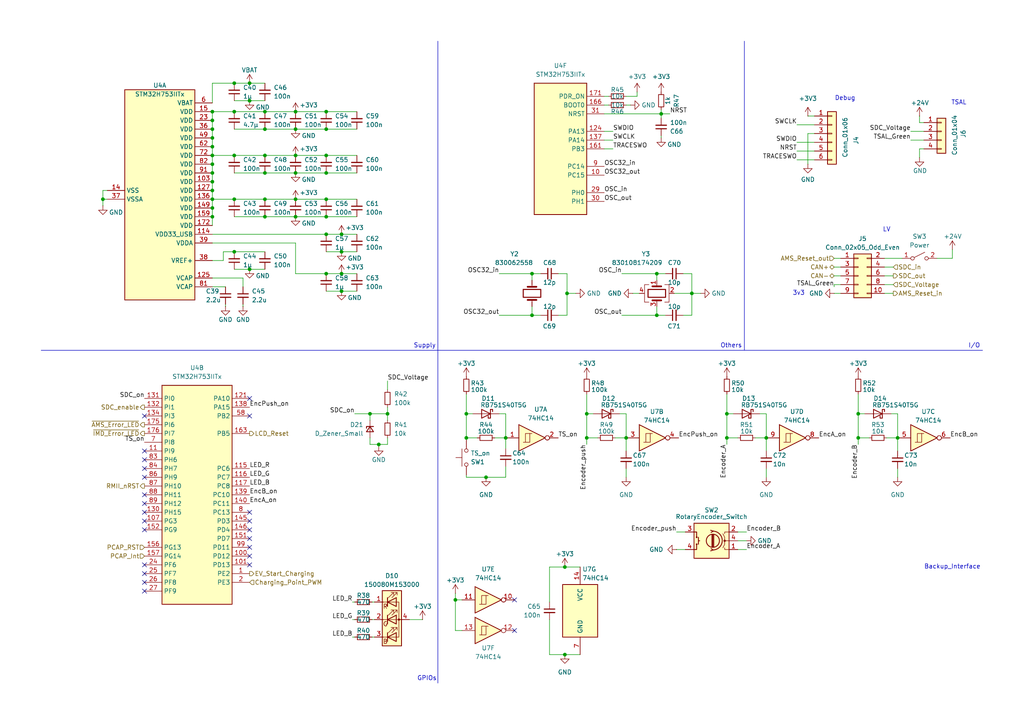
<source format=kicad_sch>
(kicad_sch
	(version 20250114)
	(generator "eeschema")
	(generator_version "9.0")
	(uuid "35b8a975-a1f8-4a47-8395-8e1ea283b386")
	(paper "A4")
	
	(text "Supply"
		(exclude_from_sim no)
		(at 123.19 100.33 0)
		(effects
			(font
				(size 1.27 1.27)
			)
		)
		(uuid "131e0615-657c-4f59-929d-0b7601842308")
	)
	(text "Backup_Interface"
		(exclude_from_sim no)
		(at 276.225 164.465 0)
		(effects
			(font
				(size 1.27 1.27)
			)
		)
		(uuid "15d77424-d13c-4f90-9f96-be8bf1adf8cc")
	)
	(text "3v3"
		(exclude_from_sim no)
		(at 229.87 85.09 0)
		(effects
			(font
				(size 1.27 1.27)
			)
			(justify left)
		)
		(uuid "364922e6-446e-413c-878a-bdcedb16435f")
	)
	(text "Debug"
		(exclude_from_sim no)
		(at 245.11 28.575 0)
		(effects
			(font
				(size 1.27 1.27)
			)
		)
		(uuid "79c5fecb-7e44-4b5c-b26a-b9a1ead8d6a7")
	)
	(text "GPIOs"
		(exclude_from_sim no)
		(at 123.825 196.85 0)
		(effects
			(font
				(size 1.27 1.27)
			)
		)
		(uuid "874e0f0d-b925-486e-858d-0f71e7baf11c")
	)
	(text "Others"
		(exclude_from_sim no)
		(at 212.09 100.33 0)
		(effects
			(font
				(size 1.27 1.27)
			)
		)
		(uuid "8c39beda-3239-4b4d-a394-cb66f7a7e4ef")
	)
	(text "LV"
		(exclude_from_sim no)
		(at 257.175 66.675 0)
		(effects
			(font
				(size 1.27 1.27)
			)
		)
		(uuid "8e72c987-571c-4fd1-98e2-d688bb9b9a23")
	)
	(text "TSAL"
		(exclude_from_sim no)
		(at 278.13 29.845 0)
		(effects
			(font
				(size 1.27 1.27)
			)
		)
		(uuid "b0e08e63-728e-465b-a9bb-a2354a70eaa5")
	)
	(text "I/O"
		(exclude_from_sim no)
		(at 282.575 100.33 0)
		(effects
			(font
				(size 1.27 1.27)
			)
		)
		(uuid "f89b8e88-7ad7-41ce-a0a0-f0fc435a26ef")
	)
	(junction
		(at 210.82 127)
		(diameter 0)
		(color 0 0 0 0)
		(uuid "03054f2e-9208-4716-83d7-1967059eae49")
	)
	(junction
		(at 170.18 120.015)
		(diameter 0)
		(color 0 0 0 0)
		(uuid "04edc9c4-6ba3-413b-80a1-5be3abfb178c")
	)
	(junction
		(at 61.595 60.325)
		(diameter 0)
		(color 0 0 0 0)
		(uuid "0639ff6d-0fa4-4a92-9101-ae69b2e89fd2")
	)
	(junction
		(at 135.255 127)
		(diameter 0)
		(color 0 0 0 0)
		(uuid "0da62957-c2c4-4942-91bd-ffb8d4251c5e")
	)
	(junction
		(at 67.945 32.385)
		(diameter 0)
		(color 0 0 0 0)
		(uuid "1277a601-4d5f-42fb-a0c5-a1f18ba0016e")
	)
	(junction
		(at 260.35 127)
		(diameter 0)
		(color 0 0 0 0)
		(uuid "1ec9d057-6b69-4bff-b2f9-d0b216a47459")
	)
	(junction
		(at 181.61 127)
		(diameter 0)
		(color 0 0 0 0)
		(uuid "1fbd7fc5-8c6d-4ada-afcb-22c60ceb9e34")
	)
	(junction
		(at 132.08 173.99)
		(diameter 0)
		(color 0 0 0 0)
		(uuid "2372f2f0-8b6b-4ba0-8156-48184e2d7c4f")
	)
	(junction
		(at 163.83 164.465)
		(diameter 0)
		(color 0 0 0 0)
		(uuid "32af624e-2218-4443-87a1-2186e9d667d8")
	)
	(junction
		(at 248.92 120.015)
		(diameter 0)
		(color 0 0 0 0)
		(uuid "37d9dbe4-82b9-4615-805a-2f19a542c56e")
	)
	(junction
		(at 170.18 127)
		(diameter 0)
		(color 0 0 0 0)
		(uuid "384fafa7-2dc2-475f-b12a-20aa52e1d930")
	)
	(junction
		(at 112.395 120.015)
		(diameter 0)
		(color 0 0 0 0)
		(uuid "38d409b5-2312-4643-b1fc-fd0131fce598")
	)
	(junction
		(at 67.945 57.785)
		(diameter 0)
		(color 0 0 0 0)
		(uuid "3a44a5b6-35e6-477b-bf34-724cef99df7e")
	)
	(junction
		(at 61.595 32.385)
		(diameter 0)
		(color 0 0 0 0)
		(uuid "3b2e415b-e57a-4f5e-b680-987d6e0ee75d")
	)
	(junction
		(at 76.835 45.085)
		(diameter 0)
		(color 0 0 0 0)
		(uuid "412c5816-2822-46ca-a32f-61cb431bfe1e")
	)
	(junction
		(at 61.595 34.925)
		(diameter 0)
		(color 0 0 0 0)
		(uuid "430d2d22-0f07-45e6-a066-ebb18e98b45d")
	)
	(junction
		(at 94.615 79.375)
		(diameter 0)
		(color 0 0 0 0)
		(uuid "432f5d77-435d-4ec6-8d84-c3578eca972e")
	)
	(junction
		(at 85.725 50.165)
		(diameter 0)
		(color 0 0 0 0)
		(uuid "43f5a8a8-38be-4f74-81aa-71bbc42e5709")
	)
	(junction
		(at 248.92 127)
		(diameter 0)
		(color 0 0 0 0)
		(uuid "46587df5-c4cb-464f-b081-46b2e985f2df")
	)
	(junction
		(at 99.06 84.455)
		(diameter 0)
		(color 0 0 0 0)
		(uuid "4904ae19-57ee-4766-a793-026af6184969")
	)
	(junction
		(at 61.595 57.785)
		(diameter 0)
		(color 0 0 0 0)
		(uuid "4a33e8c1-b15f-4db0-b29d-1dd2148aad9a")
	)
	(junction
		(at 85.725 57.785)
		(diameter 0)
		(color 0 0 0 0)
		(uuid "4bd9b2ee-526d-4e54-8543-852c7a6f1074")
	)
	(junction
		(at 61.595 40.005)
		(diameter 0)
		(color 0 0 0 0)
		(uuid "4bef900f-dc66-42af-b560-e8cc8d6a6bce")
	)
	(junction
		(at 61.595 37.465)
		(diameter 0)
		(color 0 0 0 0)
		(uuid "4c2b925c-0792-420d-8f18-1f562d9b6ba2")
	)
	(junction
		(at 99.06 73.025)
		(diameter 0)
		(color 0 0 0 0)
		(uuid "4ff38491-b732-4bec-930a-4ca407ceb858")
	)
	(junction
		(at 107.315 120.015)
		(diameter 0)
		(color 0 0 0 0)
		(uuid "543660ff-ca23-4fad-8505-bcc3272f30b0")
	)
	(junction
		(at 164.465 85.09)
		(diameter 0)
		(color 0 0 0 0)
		(uuid "556ed635-fced-44e3-845c-f708c990d149")
	)
	(junction
		(at 163.83 189.865)
		(diameter 0)
		(color 0 0 0 0)
		(uuid "57546ade-761b-45ef-9890-daec7eb5d082")
	)
	(junction
		(at 94.615 67.945)
		(diameter 0)
		(color 0 0 0 0)
		(uuid "58f143f7-5a5b-4ff8-89cf-03a63964eb53")
	)
	(junction
		(at 190.5 79.375)
		(diameter 0)
		(color 0 0 0 0)
		(uuid "592f8bd9-4310-4fe4-b840-3718d5a08ff0")
	)
	(junction
		(at 85.725 37.465)
		(diameter 0)
		(color 0 0 0 0)
		(uuid "5a46c399-0f9f-4049-86b9-32bfb792b0a4")
	)
	(junction
		(at 67.945 24.13)
		(diameter 0)
		(color 0 0 0 0)
		(uuid "5ee7831a-b9cd-4699-8b90-ccd7a33a516a")
	)
	(junction
		(at 94.615 62.865)
		(diameter 0)
		(color 0 0 0 0)
		(uuid "62af3ba4-2380-4137-9c4c-8f703fa148db")
	)
	(junction
		(at 222.25 127)
		(diameter 0)
		(color 0 0 0 0)
		(uuid "68357784-7318-43f3-becd-152fcf669e7d")
	)
	(junction
		(at 85.725 32.385)
		(diameter 0)
		(color 0 0 0 0)
		(uuid "6b4ae941-68bd-4806-b564-6051c3e374f6")
	)
	(junction
		(at 61.595 47.625)
		(diameter 0)
		(color 0 0 0 0)
		(uuid "6e7d6e8b-008e-46f2-97bf-300e301fcdc5")
	)
	(junction
		(at 72.39 29.21)
		(diameter 0)
		(color 0 0 0 0)
		(uuid "84972f59-b0b8-441f-aae9-7917b0ac015f")
	)
	(junction
		(at 85.725 45.085)
		(diameter 0)
		(color 0 0 0 0)
		(uuid "84d185bd-171c-460f-91bf-66aa757880e7")
	)
	(junction
		(at 76.835 37.465)
		(diameter 0)
		(color 0 0 0 0)
		(uuid "8a3e42ba-433e-476e-bec8-923cd84f46fb")
	)
	(junction
		(at 61.595 52.705)
		(diameter 0)
		(color 0 0 0 0)
		(uuid "93864b3d-3224-4702-bf3d-2ed04340069c")
	)
	(junction
		(at 99.06 79.375)
		(diameter 0)
		(color 0 0 0 0)
		(uuid "9e0818cf-2913-43d0-81ad-5fd7c6a3ddb1")
	)
	(junction
		(at 140.97 138.43)
		(diameter 0)
		(color 0 0 0 0)
		(uuid "a2af58c6-5f1e-4b3e-b0c0-12a279005486")
	)
	(junction
		(at 76.835 50.165)
		(diameter 0)
		(color 0 0 0 0)
		(uuid "a8da62c7-b5b2-4a05-8568-ce944b258201")
	)
	(junction
		(at 190.5 91.44)
		(diameter 0)
		(color 0 0 0 0)
		(uuid "ac9f37a4-8446-4a5b-a6ff-9f608799a097")
	)
	(junction
		(at 61.595 50.165)
		(diameter 0)
		(color 0 0 0 0)
		(uuid "b510fd1a-117a-465f-a751-9a561bd2ac96")
	)
	(junction
		(at 61.595 42.545)
		(diameter 0)
		(color 0 0 0 0)
		(uuid "b530e2a2-741c-4c76-ace0-7d60e6d206ce")
	)
	(junction
		(at 135.255 120.015)
		(diameter 0)
		(color 0 0 0 0)
		(uuid "b5323042-cbc4-4c6d-8b55-da362d9db400")
	)
	(junction
		(at 94.615 57.785)
		(diameter 0)
		(color 0 0 0 0)
		(uuid "bca7b570-75fa-40a7-a5dd-b415eee9e6fa")
	)
	(junction
		(at 94.615 50.165)
		(diameter 0)
		(color 0 0 0 0)
		(uuid "bcf0274b-9b82-4ddd-b442-da13a9d22e46")
	)
	(junction
		(at 67.945 73.025)
		(diameter 0)
		(color 0 0 0 0)
		(uuid "bdeb1722-eb35-4647-a7e0-350ed2e01785")
	)
	(junction
		(at 200.66 85.09)
		(diameter 0)
		(color 0 0 0 0)
		(uuid "c2234057-b903-484a-a2e3-a32a8859901c")
	)
	(junction
		(at 85.725 62.865)
		(diameter 0)
		(color 0 0 0 0)
		(uuid "c55b6c0a-705b-4ad7-afc8-beda683bc62e")
	)
	(junction
		(at 67.945 45.085)
		(diameter 0)
		(color 0 0 0 0)
		(uuid "ced6b67c-b589-447b-b173-eb3d5278bd77")
	)
	(junction
		(at 99.06 67.945)
		(diameter 0)
		(color 0 0 0 0)
		(uuid "ceeeb9fd-c3cf-438c-9822-df85739f3524")
	)
	(junction
		(at 191.77 33.02)
		(diameter 0)
		(color 0 0 0 0)
		(uuid "d01fb329-49c1-4312-9a86-8c2522e92a75")
	)
	(junction
		(at 72.39 24.13)
		(diameter 0)
		(color 0 0 0 0)
		(uuid "d181dd89-adb0-44ef-b5de-42f46220a519")
	)
	(junction
		(at 154.305 91.44)
		(diameter 0)
		(color 0 0 0 0)
		(uuid "d62f36d0-5342-483c-96b2-d979dd1cfd28")
	)
	(junction
		(at 154.305 79.375)
		(diameter 0)
		(color 0 0 0 0)
		(uuid "d7b6fc6c-855c-4ad5-b8db-ffb1631d4d8e")
	)
	(junction
		(at 29.845 57.785)
		(diameter 0)
		(color 0 0 0 0)
		(uuid "da4a391a-8756-4bbe-ad5d-6a5d7cc0698f")
	)
	(junction
		(at 72.39 78.105)
		(diameter 0)
		(color 0 0 0 0)
		(uuid "dc976682-daa7-427b-b632-e4e6f1b2f4a5")
	)
	(junction
		(at 146.685 127)
		(diameter 0)
		(color 0 0 0 0)
		(uuid "ddd035ed-81df-49e3-9245-82755440f4a5")
	)
	(junction
		(at 61.595 55.245)
		(diameter 0)
		(color 0 0 0 0)
		(uuid "e0d34c7c-a2c8-4d45-a4be-7edc074c7759")
	)
	(junction
		(at 210.82 120.015)
		(diameter 0)
		(color 0 0 0 0)
		(uuid "e28988d6-1ee7-4e20-9f02-35f81af9ff26")
	)
	(junction
		(at 94.615 32.385)
		(diameter 0)
		(color 0 0 0 0)
		(uuid "e6ae9a3e-d48c-4e18-9235-74fe81b4c978")
	)
	(junction
		(at 61.595 62.865)
		(diameter 0)
		(color 0 0 0 0)
		(uuid "eea696d1-0980-4f7d-9ba9-1ff3dcb2b606")
	)
	(junction
		(at 76.835 57.785)
		(diameter 0)
		(color 0 0 0 0)
		(uuid "f3f74bf6-10b1-4218-bfb6-61ef3118c054")
	)
	(junction
		(at 76.835 62.865)
		(diameter 0)
		(color 0 0 0 0)
		(uuid "f5150f2b-4683-49e5-a470-3066104142ee")
	)
	(junction
		(at 61.595 45.085)
		(diameter 0)
		(color 0 0 0 0)
		(uuid "f5abb69e-3023-40b6-8c88-ffed31815111")
	)
	(junction
		(at 76.835 32.385)
		(diameter 0)
		(color 0 0 0 0)
		(uuid "f71381d7-d154-4117-8ffa-0d9e641e8953")
	)
	(junction
		(at 94.615 45.085)
		(diameter 0)
		(color 0 0 0 0)
		(uuid "fa07ce36-60e8-4ebb-8b80-5cc0f863054d")
	)
	(junction
		(at 94.615 37.465)
		(diameter 0)
		(color 0 0 0 0)
		(uuid "fea021c6-6169-4cbd-bd9b-0c0e6e7bdfc0")
	)
	(junction
		(at 109.855 128.905)
		(diameter 0)
		(color 0 0 0 0)
		(uuid "fee4a54d-fd10-4b4f-97f2-238b76d9efae")
	)
	(no_connect
		(at 72.39 161.29)
		(uuid "0576ea35-f83d-4e20-b983-4c8b7d9509b4")
	)
	(no_connect
		(at 72.39 153.67)
		(uuid "0979849e-710e-47b6-86d7-e9c688b9aa11")
	)
	(no_connect
		(at 41.91 168.91)
		(uuid "1ab33352-5df0-41d3-8a2b-70622302d93e")
	)
	(no_connect
		(at 149.225 182.88)
		(uuid "29403ca2-cc18-4015-b634-200487c369b9")
	)
	(no_connect
		(at 72.39 163.83)
		(uuid "4410c5c1-a77d-4511-a747-adf545451880")
	)
	(no_connect
		(at 72.39 156.21)
		(uuid "4f5fb956-ecd3-4e6a-b104-4f11672ec02d")
	)
	(no_connect
		(at 72.39 115.57)
		(uuid "554342c8-e8a6-401a-9844-51d2683b8c11")
	)
	(no_connect
		(at 72.39 148.59)
		(uuid "56d7413a-87a1-4ad6-8dbd-0da9468a8192")
	)
	(no_connect
		(at 41.91 153.67)
		(uuid "5cb0fac4-5588-43dd-a51e-c4f003bc7824")
	)
	(no_connect
		(at 41.91 148.59)
		(uuid "69384793-4239-403d-874d-b47a9ebff07d")
	)
	(no_connect
		(at 41.91 171.45)
		(uuid "7e0e686d-2fb2-4695-9b96-f6d8257bde24")
	)
	(no_connect
		(at 41.91 143.51)
		(uuid "83226d1a-7a17-4132-bafe-0c6aa7a29673")
	)
	(no_connect
		(at 149.225 173.99)
		(uuid "8cf95af1-9033-42fe-8297-3430137568f8")
	)
	(no_connect
		(at 72.39 151.13)
		(uuid "96871d32-c453-42c5-bf6f-f37ed9c4897b")
	)
	(no_connect
		(at 41.91 120.65)
		(uuid "bf91d5ab-3192-49f6-a0f3-cb8a4dc750a6")
	)
	(no_connect
		(at 41.91 166.37)
		(uuid "c047b6c2-2357-4733-8e67-2cd2475b6982")
	)
	(no_connect
		(at 41.91 138.43)
		(uuid "c17d3ccd-81ba-4fdd-af5d-4cffde13a405")
	)
	(no_connect
		(at 41.91 133.35)
		(uuid "c2dec42b-d8b6-4fba-8ad8-3058ad41867c")
	)
	(no_connect
		(at 41.91 130.81)
		(uuid "cb35255e-15c1-4414-bab0-36e7e6123437")
	)
	(no_connect
		(at 72.39 120.65)
		(uuid "cf225bd0-a812-4259-9c6d-76bce07b2df2")
	)
	(no_connect
		(at 41.91 135.89)
		(uuid "cf870591-39f4-4cb8-9b41-ec579bc32917")
	)
	(no_connect
		(at 41.91 151.13)
		(uuid "d187bd36-9147-40e9-9890-05ffb8be5838")
	)
	(no_connect
		(at 41.91 146.05)
		(uuid "e0470519-9119-4305-bb41-2d8661a35767")
	)
	(no_connect
		(at 72.39 158.75)
		(uuid "e38f9f38-fab1-4a5d-8735-35ab6dacc3c2")
	)
	(no_connect
		(at 41.91 163.83)
		(uuid "e3a1c579-c1e8-4e0a-be47-865c53293241")
	)
	(wire
		(pts
			(xy 29.845 55.245) (xy 29.845 57.785)
		)
		(stroke
			(width 0)
			(type default)
		)
		(uuid "032e93c1-425f-4fcb-aba6-03ae1c74082b")
	)
	(wire
		(pts
			(xy 61.595 50.165) (xy 61.595 52.705)
		)
		(stroke
			(width 0)
			(type default)
		)
		(uuid "04debeef-549a-4c39-927b-69f1f0139e70")
	)
	(wire
		(pts
			(xy 102.235 184.785) (xy 102.87 184.785)
		)
		(stroke
			(width 0)
			(type default)
		)
		(uuid "05c2eb4c-a567-4a7b-9a8b-6cba89516905")
	)
	(wire
		(pts
			(xy 163.83 164.465) (xy 159.385 164.465)
		)
		(stroke
			(width 0)
			(type default)
		)
		(uuid "07a82d9a-9ca8-4d08-8726-f180541b7083")
	)
	(wire
		(pts
			(xy 94.615 84.455) (xy 99.06 84.455)
		)
		(stroke
			(width 0)
			(type default)
		)
		(uuid "0897e0f0-120b-400e-bb14-897e40e7b02d")
	)
	(wire
		(pts
			(xy 61.595 45.085) (xy 61.595 47.625)
		)
		(stroke
			(width 0)
			(type default)
		)
		(uuid "097118d6-edc8-4348-b70f-10344c435092")
	)
	(wire
		(pts
			(xy 276.225 74.93) (xy 271.78 74.93)
		)
		(stroke
			(width 0)
			(type default)
		)
		(uuid "0abfaed6-42e2-4ebd-ac06-07b93585aba9")
	)
	(wire
		(pts
			(xy 210.82 127) (xy 210.82 120.015)
		)
		(stroke
			(width 0)
			(type default)
		)
		(uuid "0acb257e-2494-4ba3-9e68-77f675c74b58")
	)
	(wire
		(pts
			(xy 132.08 173.99) (xy 133.985 173.99)
		)
		(stroke
			(width 0)
			(type default)
		)
		(uuid "0c12a21c-7010-4ff8-acfb-f02a5c09dbb8")
	)
	(wire
		(pts
			(xy 164.465 79.375) (xy 161.925 79.375)
		)
		(stroke
			(width 0)
			(type default)
		)
		(uuid "0f6e8366-0d81-4da7-9f30-62173a06d853")
	)
	(wire
		(pts
			(xy 144.78 91.44) (xy 154.305 91.44)
		)
		(stroke
			(width 0)
			(type default)
		)
		(uuid "0f761e8c-44a9-43ba-8303-ba52fba04da2")
	)
	(wire
		(pts
			(xy 94.615 32.385) (xy 103.505 32.385)
		)
		(stroke
			(width 0)
			(type default)
		)
		(uuid "0fa1f5e0-0ffe-4f7d-bf74-e541cdb35448")
	)
	(wire
		(pts
			(xy 67.945 29.21) (xy 72.39 29.21)
		)
		(stroke
			(width 0)
			(type default)
		)
		(uuid "104524c5-4e85-46bb-8fcf-6e42d9b60b65")
	)
	(wire
		(pts
			(xy 196.215 154.305) (xy 198.755 154.305)
		)
		(stroke
			(width 0)
			(type default)
		)
		(uuid "10bcdded-64db-4cbe-937c-70873d7cfb8e")
	)
	(wire
		(pts
			(xy 154.305 88.9) (xy 154.305 91.44)
		)
		(stroke
			(width 0)
			(type default)
		)
		(uuid "11e88f10-3504-432d-b8ed-d3a2e1236c08")
	)
	(wire
		(pts
			(xy 159.385 179.705) (xy 159.385 189.865)
		)
		(stroke
			(width 0)
			(type default)
		)
		(uuid "12993ed2-1dc1-4d0e-86ff-959c1d8c40f6")
	)
	(wire
		(pts
			(xy 156.845 79.375) (xy 154.305 79.375)
		)
		(stroke
			(width 0)
			(type default)
		)
		(uuid "13465972-5b15-4360-a8d8-10dafd7f715f")
	)
	(wire
		(pts
			(xy 61.595 80.645) (xy 70.485 80.645)
		)
		(stroke
			(width 0)
			(type default)
		)
		(uuid "148b4878-4176-450e-a5d5-e6bfe383516f")
	)
	(wire
		(pts
			(xy 276.225 72.39) (xy 276.225 74.93)
		)
		(stroke
			(width 0)
			(type default)
		)
		(uuid "149f6158-2d55-4904-9005-6a7af8f5b0bd")
	)
	(wire
		(pts
			(xy 61.595 70.485) (xy 85.725 70.485)
		)
		(stroke
			(width 0)
			(type default)
		)
		(uuid "17aaff2b-efe1-44db-8c2b-80df99259895")
	)
	(wire
		(pts
			(xy 266.7 45.72) (xy 266.7 43.18)
		)
		(stroke
			(width 0)
			(type default)
		)
		(uuid "17af4a42-5d6e-4b1d-a623-823e298f89ff")
	)
	(wire
		(pts
			(xy 248.92 127) (xy 248.92 120.015)
		)
		(stroke
			(width 0)
			(type default)
		)
		(uuid "189cc12e-17f9-4ac7-a5e3-046d825e6b14")
	)
	(wire
		(pts
			(xy 99.06 67.945) (xy 103.505 67.945)
		)
		(stroke
			(width 0)
			(type default)
		)
		(uuid "1a1d5fa7-6a93-453f-bf03-bdc034a2e77b")
	)
	(wire
		(pts
			(xy 94.615 57.785) (xy 103.505 57.785)
		)
		(stroke
			(width 0)
			(type default)
		)
		(uuid "1c4dff5e-c946-4edf-b17e-21144a60469e")
	)
	(wire
		(pts
			(xy 241.935 77.47) (xy 243.84 77.47)
		)
		(stroke
			(width 0)
			(type default)
		)
		(uuid "1d2e0e02-2515-4d66-aeb3-65162d89a3f4")
	)
	(wire
		(pts
			(xy 184.785 27.94) (xy 181.61 27.94)
		)
		(stroke
			(width 0)
			(type default)
		)
		(uuid "1f04f8da-308f-4d4b-b645-ba6a9e3ab5d0")
	)
	(wire
		(pts
			(xy 76.835 32.385) (xy 85.725 32.385)
		)
		(stroke
			(width 0)
			(type default)
		)
		(uuid "1faf3668-c96e-4421-a896-b7c77f08f668")
	)
	(wire
		(pts
			(xy 61.595 83.185) (xy 65.405 83.185)
		)
		(stroke
			(width 0)
			(type default)
		)
		(uuid "1ffb5664-1168-4c3c-85d6-4fdbdf0c4e6e")
	)
	(wire
		(pts
			(xy 264.16 38.1) (xy 267.97 38.1)
		)
		(stroke
			(width 0)
			(type default)
		)
		(uuid "24d23fd4-dde8-468b-82b9-b8390fc82a84")
	)
	(wire
		(pts
			(xy 135.255 120.015) (xy 135.255 114.3)
		)
		(stroke
			(width 0)
			(type default)
		)
		(uuid "24dd2109-d885-4f25-9b95-438c9c83cf53")
	)
	(wire
		(pts
			(xy 180.34 91.44) (xy 190.5 91.44)
		)
		(stroke
			(width 0)
			(type default)
		)
		(uuid "253dfb7b-e994-492e-9366-0b579cd2b921")
	)
	(wire
		(pts
			(xy 175.26 43.18) (xy 177.8 43.18)
		)
		(stroke
			(width 0)
			(type default)
		)
		(uuid "2648ca35-0d3b-41fc-a0c7-4426c47646af")
	)
	(wire
		(pts
			(xy 178.435 127) (xy 181.61 127)
		)
		(stroke
			(width 0)
			(type default)
		)
		(uuid "2648ed24-8d46-4019-81af-59cb3d3be6ef")
	)
	(wire
		(pts
			(xy 191.77 31.75) (xy 191.77 33.02)
		)
		(stroke
			(width 0)
			(type default)
		)
		(uuid "26c33951-823a-4537-8b37-6d067360a301")
	)
	(wire
		(pts
			(xy 112.395 128.905) (xy 112.395 127)
		)
		(stroke
			(width 0)
			(type default)
		)
		(uuid "2c4f26c5-5c63-4935-8730-31c29fa84cce")
	)
	(wire
		(pts
			(xy 181.61 127) (xy 181.61 130.81)
		)
		(stroke
			(width 0)
			(type default)
		)
		(uuid "2cdd5f51-0d96-4792-81bb-d51b64b09cb3")
	)
	(wire
		(pts
			(xy 61.595 24.13) (xy 67.945 24.13)
		)
		(stroke
			(width 0)
			(type default)
		)
		(uuid "309416c5-01a5-479d-b151-4aa15c679aae")
	)
	(wire
		(pts
			(xy 85.725 79.375) (xy 94.615 79.375)
		)
		(stroke
			(width 0)
			(type default)
		)
		(uuid "310b3c16-f636-42e3-92d9-8323bba36848")
	)
	(wire
		(pts
			(xy 76.835 37.465) (xy 85.725 37.465)
		)
		(stroke
			(width 0)
			(type default)
		)
		(uuid "330ea2aa-85e8-4ceb-99f4-7100f8ce0417")
	)
	(wire
		(pts
			(xy 191.77 33.02) (xy 194.31 33.02)
		)
		(stroke
			(width 0)
			(type default)
		)
		(uuid "347806f3-c012-4e14-b373-8933bd8734e0")
	)
	(wire
		(pts
			(xy 76.835 57.785) (xy 85.725 57.785)
		)
		(stroke
			(width 0)
			(type default)
		)
		(uuid "36d2f170-42d7-42b6-bedf-1e807c2cdfa4")
	)
	(wire
		(pts
			(xy 132.08 182.88) (xy 133.985 182.88)
		)
		(stroke
			(width 0)
			(type default)
		)
		(uuid "37e53374-fbe2-4c94-9df6-af2d252aceb1")
	)
	(wire
		(pts
			(xy 212.725 120.015) (xy 210.82 120.015)
		)
		(stroke
			(width 0)
			(type default)
		)
		(uuid "3d2600c5-4b7c-4f1d-afa3-11b5c6dcb5c5")
	)
	(wire
		(pts
			(xy 61.595 42.545) (xy 61.595 45.085)
		)
		(stroke
			(width 0)
			(type default)
		)
		(uuid "3ef07bc0-0d1b-4958-a3ce-4224cfe09f5c")
	)
	(wire
		(pts
			(xy 175.26 30.48) (xy 176.53 30.48)
		)
		(stroke
			(width 0)
			(type default)
		)
		(uuid "403943a3-7606-4350-b9f9-7a83a426e950")
	)
	(wire
		(pts
			(xy 107.315 120.015) (xy 107.315 121.92)
		)
		(stroke
			(width 0)
			(type default)
		)
		(uuid "40f3fbab-c25f-4c9a-a6ab-fb4449cf418a")
	)
	(wire
		(pts
			(xy 67.945 73.025) (xy 76.835 73.025)
		)
		(stroke
			(width 0)
			(type default)
		)
		(uuid "41a4017a-ed14-481c-94d2-358f975fdabf")
	)
	(wire
		(pts
			(xy 146.685 135.255) (xy 146.685 138.43)
		)
		(stroke
			(width 0)
			(type default)
		)
		(uuid "42a6c1c1-0bec-4a64-ba97-022485632b2c")
	)
	(wire
		(pts
			(xy 196.215 159.385) (xy 198.755 159.385)
		)
		(stroke
			(width 0)
			(type default)
		)
		(uuid "45efd4b5-380f-4cd4-904f-cf4fa9f9daec")
	)
	(wire
		(pts
			(xy 99.06 79.375) (xy 103.505 79.375)
		)
		(stroke
			(width 0)
			(type default)
		)
		(uuid "4744999c-668b-4ef7-aadc-3605c6b773bc")
	)
	(wire
		(pts
			(xy 181.61 120.015) (xy 179.705 120.015)
		)
		(stroke
			(width 0)
			(type default)
		)
		(uuid "49c65d79-8bc2-442d-ab86-201154fc87cc")
	)
	(wire
		(pts
			(xy 241.935 82.55) (xy 243.84 82.55)
		)
		(stroke
			(width 0)
			(type default)
		)
		(uuid "4a8c75fc-97c8-4a4c-ae30-d2dd3740701b")
	)
	(wire
		(pts
			(xy 94.615 67.945) (xy 99.06 67.945)
		)
		(stroke
			(width 0)
			(type default)
		)
		(uuid "4b920d01-933a-491c-99e7-03b14beb823a")
	)
	(wire
		(pts
			(xy 31.115 57.785) (xy 29.845 57.785)
		)
		(stroke
			(width 0)
			(type default)
		)
		(uuid "4d5c3bc0-56ca-42fc-9e4b-f425c7170797")
	)
	(wire
		(pts
			(xy 64.77 75.565) (xy 64.77 73.025)
		)
		(stroke
			(width 0)
			(type default)
		)
		(uuid "50907a1c-ae3b-4cb2-8b1f-a2bbd698e6e7")
	)
	(wire
		(pts
			(xy 164.465 85.09) (xy 164.465 79.375)
		)
		(stroke
			(width 0)
			(type default)
		)
		(uuid "50b98742-cad0-4c19-a7a0-a62a29ac5fcc")
	)
	(wire
		(pts
			(xy 222.25 120.015) (xy 220.345 120.015)
		)
		(stroke
			(width 0)
			(type default)
		)
		(uuid "5191c369-027d-4092-b2b8-93d2603c665e")
	)
	(wire
		(pts
			(xy 260.35 135.89) (xy 260.35 138.43)
		)
		(stroke
			(width 0)
			(type default)
		)
		(uuid "5248ae66-747b-402d-b1e1-3923ddbceb53")
	)
	(wire
		(pts
			(xy 109.855 129.54) (xy 109.855 128.905)
		)
		(stroke
			(width 0)
			(type default)
		)
		(uuid "55392592-7026-4f7e-ac69-d16b34d6c332")
	)
	(wire
		(pts
			(xy 193.04 79.375) (xy 190.5 79.375)
		)
		(stroke
			(width 0)
			(type default)
		)
		(uuid "555e9d66-742b-4eec-a060-e02888a73929")
	)
	(wire
		(pts
			(xy 146.685 127) (xy 146.685 120.015)
		)
		(stroke
			(width 0)
			(type default)
		)
		(uuid "55cfb840-558a-4935-83f9-4eb19eacb4b8")
	)
	(wire
		(pts
			(xy 175.26 38.1) (xy 177.8 38.1)
		)
		(stroke
			(width 0)
			(type default)
		)
		(uuid "57d04a43-6d2e-4867-91ea-a8b774abf2a0")
	)
	(wire
		(pts
			(xy 190.5 79.375) (xy 190.5 81.28)
		)
		(stroke
			(width 0)
			(type default)
		)
		(uuid "5a7fb71b-fa03-4ad2-9d6d-61e0ee9e0398")
	)
	(wire
		(pts
			(xy 72.39 78.105) (xy 76.835 78.105)
		)
		(stroke
			(width 0)
			(type default)
		)
		(uuid "5aff9e20-a3fa-44e2-b265-1bacc7296e59")
	)
	(polyline
		(pts
			(xy 215.9 11.938) (xy 215.9 101.6)
		)
		(stroke
			(width 0)
			(type default)
		)
		(uuid "5d5a5bf6-27d1-48b9-96a5-b3ec58aa8e29")
	)
	(wire
		(pts
			(xy 191.77 34.29) (xy 191.77 33.02)
		)
		(stroke
			(width 0)
			(type default)
		)
		(uuid "60b71a6b-1157-4946-bc97-0a3329be562e")
	)
	(wire
		(pts
			(xy 163.83 189.865) (xy 168.275 189.865)
		)
		(stroke
			(width 0)
			(type default)
		)
		(uuid "6135ec72-54f1-443e-a5b5-c37342bd387e")
	)
	(wire
		(pts
			(xy 107.95 179.705) (xy 108.585 179.705)
		)
		(stroke
			(width 0)
			(type default)
		)
		(uuid "62b842d4-cccf-48c1-93fb-672495a4281c")
	)
	(wire
		(pts
			(xy 85.725 32.385) (xy 94.615 32.385)
		)
		(stroke
			(width 0)
			(type default)
		)
		(uuid "6303d52b-100d-46f3-a928-30836b82f1cc")
	)
	(wire
		(pts
			(xy 94.615 50.165) (xy 103.505 50.165)
		)
		(stroke
			(width 0)
			(type default)
		)
		(uuid "6396b971-f44f-406f-9e4e-0613cb6bf000")
	)
	(wire
		(pts
			(xy 135.255 127.635) (xy 135.255 127)
		)
		(stroke
			(width 0)
			(type default)
		)
		(uuid "64e3a189-c1ad-459d-995d-a0035f523f27")
	)
	(wire
		(pts
			(xy 112.395 120.015) (xy 107.315 120.015)
		)
		(stroke
			(width 0)
			(type default)
		)
		(uuid "6625ace8-7df0-49fe-be18-552f69797353")
	)
	(wire
		(pts
			(xy 72.39 24.13) (xy 76.835 24.13)
		)
		(stroke
			(width 0)
			(type default)
		)
		(uuid "67d92ab7-6b27-413e-9d68-7d1c5c2811e8")
	)
	(wire
		(pts
			(xy 67.945 37.465) (xy 76.835 37.465)
		)
		(stroke
			(width 0)
			(type default)
		)
		(uuid "6806237e-7ade-4701-8b03-154f1dcd585d")
	)
	(wire
		(pts
			(xy 61.595 57.785) (xy 61.595 60.325)
		)
		(stroke
			(width 0)
			(type default)
		)
		(uuid "6a586c9f-68a8-4812-82a9-a5e31d2a3515")
	)
	(wire
		(pts
			(xy 170.18 127) (xy 170.18 120.015)
		)
		(stroke
			(width 0)
			(type default)
		)
		(uuid "6be6246e-4199-4714-be23-b158dcd26c83")
	)
	(wire
		(pts
			(xy 170.18 120.015) (xy 170.18 114.3)
		)
		(stroke
			(width 0)
			(type default)
		)
		(uuid "6d08ff60-dd10-45f6-8a05-095ee98a5730")
	)
	(wire
		(pts
			(xy 118.745 179.705) (xy 122.555 179.705)
		)
		(stroke
			(width 0)
			(type default)
		)
		(uuid "6d45df03-d4db-468d-b940-85424d61490f")
	)
	(wire
		(pts
			(xy 184.785 26.67) (xy 184.785 27.94)
		)
		(stroke
			(width 0)
			(type default)
		)
		(uuid "6d4f3bce-43e5-4382-80fd-e1bf727cadaf")
	)
	(wire
		(pts
			(xy 264.16 40.64) (xy 267.97 40.64)
		)
		(stroke
			(width 0)
			(type default)
		)
		(uuid "6e4c3d8c-0039-454c-9ed5-ebed97a25dfd")
	)
	(wire
		(pts
			(xy 200.66 91.44) (xy 200.66 85.09)
		)
		(stroke
			(width 0)
			(type default)
		)
		(uuid "6e65cf2f-79a8-42d3-a1d9-dc3348bdfd63")
	)
	(wire
		(pts
			(xy 260.35 127) (xy 260.35 130.81)
		)
		(stroke
			(width 0)
			(type default)
		)
		(uuid "6ef6778b-bc85-4d70-ac90-14af113f39b0")
	)
	(wire
		(pts
			(xy 234.315 38.735) (xy 236.22 38.735)
		)
		(stroke
			(width 0)
			(type default)
		)
		(uuid "6f73b510-add9-447a-a656-606690f47875")
	)
	(wire
		(pts
			(xy 190.5 91.44) (xy 193.04 91.44)
		)
		(stroke
			(width 0)
			(type default)
		)
		(uuid "703d9349-c8a4-4a59-8d3d-5b12a6be4b90")
	)
	(wire
		(pts
			(xy 181.61 135.89) (xy 181.61 138.43)
		)
		(stroke
			(width 0)
			(type default)
		)
		(uuid "72e34599-0c42-46a0-9c0b-77a570bf18de")
	)
	(wire
		(pts
			(xy 64.77 73.025) (xy 67.945 73.025)
		)
		(stroke
			(width 0)
			(type default)
		)
		(uuid "73b6ecd5-6c6d-4016-bd27-0a2d8d9f1dcb")
	)
	(wire
		(pts
			(xy 222.25 135.89) (xy 222.25 138.43)
		)
		(stroke
			(width 0)
			(type default)
		)
		(uuid "758d34b8-5e0c-4d3e-a8e7-0bf6f0655aa8")
	)
	(wire
		(pts
			(xy 94.615 79.375) (xy 99.06 79.375)
		)
		(stroke
			(width 0)
			(type default)
		)
		(uuid "75c1b770-6d91-48ed-b5bb-2a7474ec1302")
	)
	(wire
		(pts
			(xy 248.92 120.015) (xy 248.92 114.3)
		)
		(stroke
			(width 0)
			(type default)
		)
		(uuid "75c4b408-7bb5-4316-be8b-144dfb3a0679")
	)
	(wire
		(pts
			(xy 109.855 128.905) (xy 112.395 128.905)
		)
		(stroke
			(width 0)
			(type default)
		)
		(uuid "7914a7e9-5528-4149-9398-b8c7534f01a7")
	)
	(wire
		(pts
			(xy 94.615 37.465) (xy 103.505 37.465)
		)
		(stroke
			(width 0)
			(type default)
		)
		(uuid "79b4f1a0-ad3e-42ad-8d4d-96fdacee2d98")
	)
	(wire
		(pts
			(xy 222.25 127) (xy 222.25 120.015)
		)
		(stroke
			(width 0)
			(type default)
		)
		(uuid "7a70a435-d0a5-4728-9fe3-488b103c0ff1")
	)
	(wire
		(pts
			(xy 61.595 75.565) (xy 64.77 75.565)
		)
		(stroke
			(width 0)
			(type default)
		)
		(uuid "7af938fc-d107-4e8b-b420-77fc02771c52")
	)
	(wire
		(pts
			(xy 219.075 127) (xy 222.25 127)
		)
		(stroke
			(width 0)
			(type default)
		)
		(uuid "839b782e-28ab-428d-b1be-7822af7b71cb")
	)
	(wire
		(pts
			(xy 180.34 79.375) (xy 190.5 79.375)
		)
		(stroke
			(width 0)
			(type default)
		)
		(uuid "83a55d68-4ab7-4179-9354-0c5cc77b1c73")
	)
	(wire
		(pts
			(xy 76.835 50.165) (xy 85.725 50.165)
		)
		(stroke
			(width 0)
			(type default)
		)
		(uuid "84e3fdd0-3727-441e-a756-9e0c64b0f45f")
	)
	(polyline
		(pts
			(xy 127 11.938) (xy 127 101.6)
		)
		(stroke
			(width 0)
			(type default)
		)
		(uuid "84f38b85-0f5d-4a4b-80bb-696a14d4aafa")
	)
	(wire
		(pts
			(xy 140.97 138.43) (xy 146.685 138.43)
		)
		(stroke
			(width 0)
			(type default)
		)
		(uuid "86313ec9-c45c-40da-8b43-e3bfab508203")
	)
	(wire
		(pts
			(xy 248.92 127) (xy 252.095 127)
		)
		(stroke
			(width 0)
			(type default)
		)
		(uuid "86947a20-bfbb-470f-ade3-d9f6007b69ac")
	)
	(wire
		(pts
			(xy 175.26 40.64) (xy 177.8 40.64)
		)
		(stroke
			(width 0)
			(type default)
		)
		(uuid "88b8f5b6-3715-41e0-a3a8-0d0e3a6c1e02")
	)
	(wire
		(pts
			(xy 168.275 164.465) (xy 163.83 164.465)
		)
		(stroke
			(width 0)
			(type default)
		)
		(uuid "89e32d00-bc94-4885-82e0-5dd30728688e")
	)
	(wire
		(pts
			(xy 61.595 67.945) (xy 94.615 67.945)
		)
		(stroke
			(width 0)
			(type default)
		)
		(uuid "8b6d86c8-a76b-4172-a3e3-318a9ff50aa3")
	)
	(polyline
		(pts
			(xy 127 101.6) (xy 127 198.12)
		)
		(stroke
			(width 0)
			(type default)
		)
		(uuid "8bcf0b4a-6f01-4a5f-b0f5-c84531e850c3")
	)
	(wire
		(pts
			(xy 260.35 120.015) (xy 258.445 120.015)
		)
		(stroke
			(width 0)
			(type default)
		)
		(uuid "8c19e9ff-e4ef-4483-a680-8e6b2961edcb")
	)
	(wire
		(pts
			(xy 210.82 127) (xy 213.995 127)
		)
		(stroke
			(width 0)
			(type default)
		)
		(uuid "8c3414c8-1f18-4d52-9d18-92efb010e968")
	)
	(wire
		(pts
			(xy 102.235 174.625) (xy 102.87 174.625)
		)
		(stroke
			(width 0)
			(type default)
		)
		(uuid "8ebbf762-fbce-49fe-bfeb-dcdacafb24c4")
	)
	(wire
		(pts
			(xy 231.14 41.275) (xy 236.22 41.275)
		)
		(stroke
			(width 0)
			(type default)
		)
		(uuid "9010c615-b8dc-48be-91ed-68e32181e1d7")
	)
	(wire
		(pts
			(xy 190.5 88.9) (xy 190.5 91.44)
		)
		(stroke
			(width 0)
			(type default)
		)
		(uuid "901b9b2d-ac73-44b7-895b-ec05897b6639")
	)
	(wire
		(pts
			(xy 200.66 85.09) (xy 203.2 85.09)
		)
		(stroke
			(width 0)
			(type default)
		)
		(uuid "9093e411-b067-4966-8fa8-328292f3ebea")
	)
	(wire
		(pts
			(xy 61.595 55.245) (xy 61.595 57.785)
		)
		(stroke
			(width 0)
			(type default)
		)
		(uuid "90b8ebde-31c8-4847-a287-5f7fd9675ba3")
	)
	(wire
		(pts
			(xy 243.84 85.09) (xy 241.935 85.09)
		)
		(stroke
			(width 0)
			(type default)
		)
		(uuid "91741062-b740-4586-b9f4-922451ae440c")
	)
	(wire
		(pts
			(xy 170.18 128.905) (xy 170.18 127)
		)
		(stroke
			(width 0)
			(type default)
		)
		(uuid "964c4c95-0edc-42d0-810d-ad4479439d49")
	)
	(wire
		(pts
			(xy 99.06 73.025) (xy 103.505 73.025)
		)
		(stroke
			(width 0)
			(type default)
		)
		(uuid "973662df-2e27-4c95-a259-713a9d128e46")
	)
	(wire
		(pts
			(xy 159.385 164.465) (xy 159.385 174.625)
		)
		(stroke
			(width 0)
			(type default)
		)
		(uuid "978df144-cdde-4d69-8b01-c4fe7024360a")
	)
	(wire
		(pts
			(xy 154.305 91.44) (xy 156.845 91.44)
		)
		(stroke
			(width 0)
			(type default)
		)
		(uuid "97ede80a-b5b1-4149-b441-4a9a24261021")
	)
	(wire
		(pts
			(xy 29.845 57.785) (xy 29.845 59.69)
		)
		(stroke
			(width 0)
			(type default)
		)
		(uuid "98d5f97d-76ee-4339-9fcb-0aad1bffdd91")
	)
	(wire
		(pts
			(xy 266.7 33.655) (xy 266.7 35.56)
		)
		(stroke
			(width 0)
			(type default)
		)
		(uuid "9b45f6d1-d5f6-49df-b13f-a61d564c7e69")
	)
	(wire
		(pts
			(xy 200.66 85.09) (xy 195.58 85.09)
		)
		(stroke
			(width 0)
			(type default)
		)
		(uuid "9cc1ff3f-cefe-4a7e-b237-e926d6edbe05")
	)
	(wire
		(pts
			(xy 266.7 35.56) (xy 267.97 35.56)
		)
		(stroke
			(width 0)
			(type default)
		)
		(uuid "9d514266-0ddd-4350-a00d-f23dcaf52f6f")
	)
	(wire
		(pts
			(xy 107.315 120.015) (xy 102.87 120.015)
		)
		(stroke
			(width 0)
			(type default)
		)
		(uuid "9d8b6b7c-364f-4e1a-8da5-3819b2a08675")
	)
	(wire
		(pts
			(xy 241.935 83.185) (xy 241.935 82.55)
		)
		(stroke
			(width 0)
			(type default)
		)
		(uuid "9f544dbe-c4bf-4ea9-ae26-92987485c5f5")
	)
	(wire
		(pts
			(xy 61.595 47.625) (xy 61.595 50.165)
		)
		(stroke
			(width 0)
			(type default)
		)
		(uuid "9f9ae461-b89c-4786-9861-dda1960da6f7")
	)
	(wire
		(pts
			(xy 67.945 24.13) (xy 72.39 24.13)
		)
		(stroke
			(width 0)
			(type default)
		)
		(uuid "a10ab475-065e-44da-aa1e-4acd1b79678e")
	)
	(wire
		(pts
			(xy 85.725 62.865) (xy 94.615 62.865)
		)
		(stroke
			(width 0)
			(type default)
		)
		(uuid "a1794c33-030e-4353-b243-ecbb43184f8d")
	)
	(wire
		(pts
			(xy 146.685 127) (xy 146.685 130.175)
		)
		(stroke
			(width 0)
			(type default)
		)
		(uuid "a492a2d2-690f-48ce-8b67-44ff70ef9cd0")
	)
	(wire
		(pts
			(xy 94.615 73.025) (xy 99.06 73.025)
		)
		(stroke
			(width 0)
			(type default)
		)
		(uuid "a5b56033-b81b-415f-a7ab-e84f87f8230e")
	)
	(wire
		(pts
			(xy 200.66 85.09) (xy 200.66 79.375)
		)
		(stroke
			(width 0)
			(type default)
		)
		(uuid "a5ffdd7d-d73d-4f19-a48a-67b6dccc47b4")
	)
	(wire
		(pts
			(xy 112.395 113.03) (xy 112.395 110.49)
		)
		(stroke
			(width 0)
			(type default)
		)
		(uuid "a718020f-1fd0-4ca7-bf42-8f95f5bffabc")
	)
	(wire
		(pts
			(xy 175.26 33.02) (xy 191.77 33.02)
		)
		(stroke
			(width 0)
			(type default)
		)
		(uuid "a7538366-43ba-4f57-a90e-c52e3d942daa")
	)
	(wire
		(pts
			(xy 135.255 138.43) (xy 135.255 137.795)
		)
		(stroke
			(width 0)
			(type default)
		)
		(uuid "a87a4e21-be8f-4c97-aa39-590f7357b5aa")
	)
	(wire
		(pts
			(xy 67.945 32.385) (xy 76.835 32.385)
		)
		(stroke
			(width 0)
			(type default)
		)
		(uuid "a904c53b-8e3e-4bc5-a27f-7383e8f2953d")
	)
	(wire
		(pts
			(xy 260.35 127) (xy 260.35 120.015)
		)
		(stroke
			(width 0)
			(type default)
		)
		(uuid "a9068bf5-f10c-47f0-993f-76eee5b0d4a3")
	)
	(wire
		(pts
			(xy 256.54 74.93) (xy 261.62 74.93)
		)
		(stroke
			(width 0)
			(type default)
		)
		(uuid "aa32e37b-0a16-4d8d-9d0d-b8b5ce96dcc7")
	)
	(wire
		(pts
			(xy 107.315 127) (xy 107.315 128.905)
		)
		(stroke
			(width 0)
			(type default)
		)
		(uuid "ab4c4cc5-a5bf-4039-a008-37765ef8eb1e")
	)
	(wire
		(pts
			(xy 248.92 128.905) (xy 248.92 127)
		)
		(stroke
			(width 0)
			(type default)
		)
		(uuid "abc310cb-857c-4753-b28e-44fa907af802")
	)
	(wire
		(pts
			(xy 85.725 37.465) (xy 94.615 37.465)
		)
		(stroke
			(width 0)
			(type default)
		)
		(uuid "abd2ae2c-7f6e-41ad-b5a6-a31e8ed94f3d")
	)
	(wire
		(pts
			(xy 170.18 127) (xy 173.355 127)
		)
		(stroke
			(width 0)
			(type default)
		)
		(uuid "ac89e3fd-dd43-4a14-8ceb-8cbdca514b96")
	)
	(wire
		(pts
			(xy 67.945 57.785) (xy 76.835 57.785)
		)
		(stroke
			(width 0)
			(type default)
		)
		(uuid "ae0acb81-b15c-450b-a2ac-387ea9ab04b3")
	)
	(wire
		(pts
			(xy 61.595 45.085) (xy 67.945 45.085)
		)
		(stroke
			(width 0)
			(type default)
		)
		(uuid "aff8a17b-3015-4cf1-8e0d-8ef617a730ba")
	)
	(wire
		(pts
			(xy 164.465 85.09) (xy 167.005 85.09)
		)
		(stroke
			(width 0)
			(type default)
		)
		(uuid "b02cc84c-3b43-429e-8e86-e6e1d1ce361b")
	)
	(wire
		(pts
			(xy 61.595 32.385) (xy 61.595 34.925)
		)
		(stroke
			(width 0)
			(type default)
		)
		(uuid "b1ae31fb-1a94-46ff-a0d3-79e8bfa3c878")
	)
	(wire
		(pts
			(xy 85.725 70.485) (xy 85.725 79.375)
		)
		(stroke
			(width 0)
			(type default)
		)
		(uuid "b1dc4209-40df-4759-aea9-c51c8866f739")
	)
	(wire
		(pts
			(xy 72.39 29.21) (xy 76.835 29.21)
		)
		(stroke
			(width 0)
			(type default)
		)
		(uuid "b3d8913f-1aa7-40ac-99a2-1b72070425a2")
	)
	(wire
		(pts
			(xy 185.42 85.09) (xy 183.515 85.09)
		)
		(stroke
			(width 0)
			(type default)
		)
		(uuid "b44ddd19-f7b2-4443-823a-1c3e203348e6")
	)
	(wire
		(pts
			(xy 135.255 127) (xy 135.255 
... [203057 chars truncated]
</source>
